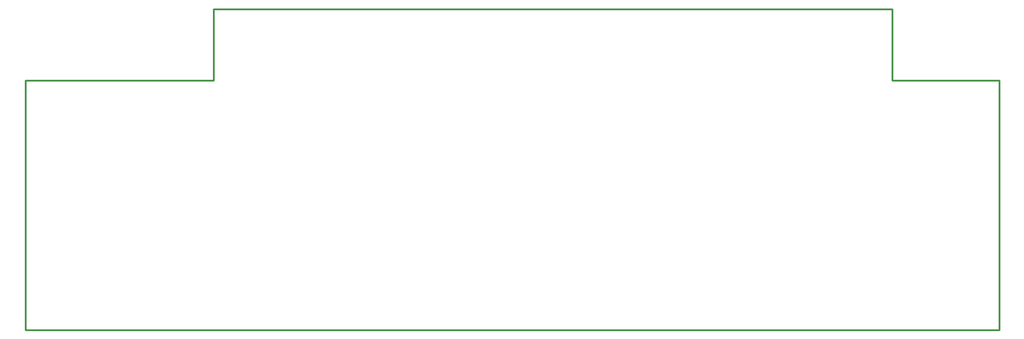
<source format=gbr>
G04 EAGLE Gerber RS-274X export*
G75*
%MOMM*%
%FSLAX34Y34*%
%LPD*%
%INSilkscreen Bottom*%
%IPPOS*%
%AMOC8*
5,1,8,0,0,1.08239X$1,22.5*%
G01*
%ADD10C,0.254000*%


D10*
X-738100Y0D02*
X625000Y0D01*
X625000Y350000D01*
X475000Y350000D01*
X475000Y450000D01*
X-475000Y450000D01*
X-475000Y350000D01*
X-738100Y350000D01*
X-738100Y0D01*
M02*

</source>
